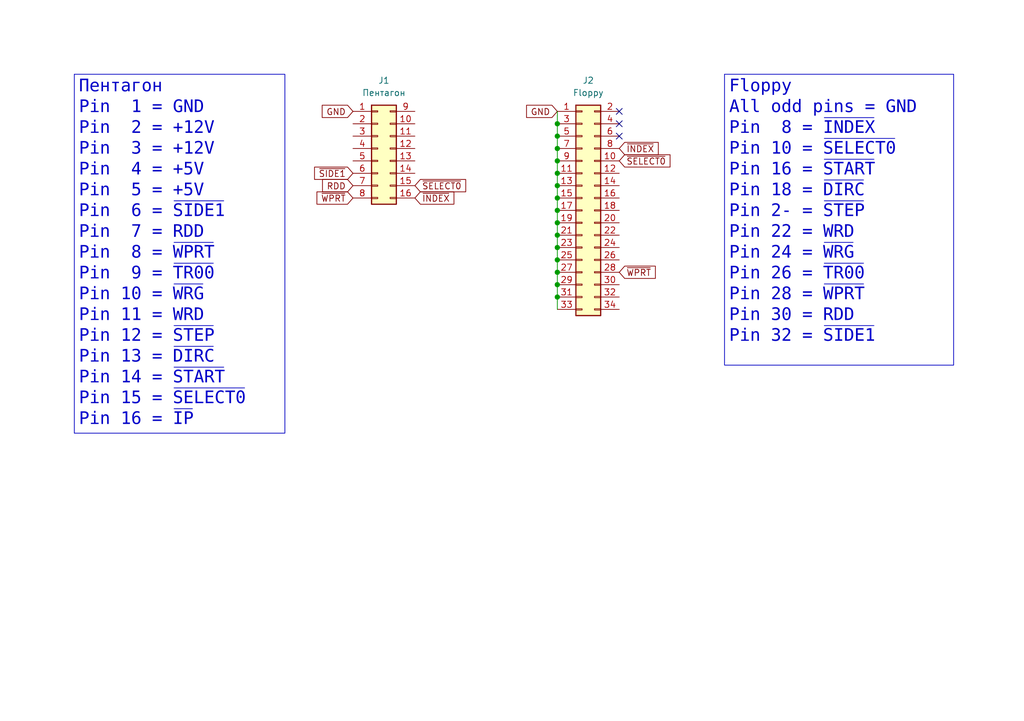
<source format=kicad_sch>
(kicad_sch (version 20250114) (generator "eeschema") (generator_version "9.0")
  (paper "A5")
  (lib_symbols
    (symbol "Connector_Generic:Conn_02x08_Top_Bottom" (pin_names (offset 1.016) (hide yes))
      (property "Reference" "J" (at 1.27 10.16 0))
      (property "Value" "Conn_02x08_Top_Bottom" (at 1.27 -12.7 0))
      (symbol "Conn_02x08_Top_Bottom_1_1"
        (rectangle (start -1.27 8.89) (end 3.81 -11.43) (stroke (width 0.254)) (fill (type background)))
        (rectangle (start -1.27 7.747) (end 0 7.493) (stroke (width 0.1524)))
        (rectangle (start -1.27 5.207) (end 0 4.953) (stroke (width 0.1524)))
        (rectangle (start -1.27 2.667) (end 0 2.413) (stroke (width 0.1524)))
        (rectangle (start -1.27 0.127) (end 0 -0.127) (stroke (width 0.1524)))
        (rectangle (start -1.27 -2.413) (end 0 -2.667) (stroke (width 0.1524)))
        (rectangle (start -1.27 -4.953) (end 0 -5.207) (stroke (width 0.1524)))
        (rectangle (start -1.27 -7.493) (end 0 -7.747) (stroke (width 0.1524)))
        (rectangle (start -1.27 -10.033) (end 0 -10.287) (stroke (width 0.1524)))
        (rectangle (start 3.81 7.747) (end 2.54 7.493) (stroke (width 0.1524)))
        (rectangle (start 3.81 5.207) (end 2.54 4.953) (stroke (width 0.1524)))
        (rectangle (start 3.81 2.667) (end 2.54 2.413) (stroke (width 0.1524)))
        (rectangle (start 3.81 0.127) (end 2.54 -0.127) (stroke (width 0.1524)))
        (rectangle (start 3.81 -2.413) (end 2.54 -2.667) (stroke (width 0.1524)))
        (rectangle (start 3.81 -4.953) (end 2.54 -5.207) (stroke (width 0.1524)))
        (rectangle (start 3.81 -7.493) (end 2.54 -7.747) (stroke (width 0.1524)))
        (rectangle (start 3.81 -10.033) (end 2.54 -10.287) (stroke (width 0.1524)))
        (pin passive line (at -5.08 7.62 0) (length 3.81) (name "Pin_1") (number "1"))
        (pin passive line (at -5.08 5.08 0) (length 3.81) (name "Pin_2") (number "2"))
        (pin passive line (at -5.08 2.54 0) (length 3.81) (name "Pin_3") (number "3"))
        (pin passive line (at -5.08 0 0) (length 3.81) (name "Pin_4") (number "4"))
        (pin passive line (at -5.08 -2.54 0) (length 3.81) (name "Pin_5") (number "5"))
        (pin passive line (at -5.08 -5.08 0) (length 3.81) (name "Pin_6") (number "6"))
        (pin passive line (at -5.08 -7.62 0) (length 3.81) (name "Pin_7") (number "7"))
        (pin passive line (at -5.08 -10.16 0) (length 3.81) (name "Pin_8") (number "8"))
        (pin passive line (at 7.62 7.62 180) (length 3.81) (name "Pin_9") (number "9"))
        (pin passive line (at 7.62 5.08 180) (length 3.81) (name "Pin_10") (number "10"))
        (pin passive line (at 7.62 2.54 180) (length 3.81) (name "Pin_11") (number "11"))
        (pin passive line (at 7.62 0 180) (length 3.81) (name "Pin_12") (number "12"))
        (pin passive line (at 7.62 -2.54 180) (length 3.81) (name "Pin_13") (number "13"))
        (pin passive line (at 7.62 -5.08 180) (length 3.81) (name "Pin_14") (number "14"))
        (pin passive line (at 7.62 -7.62 180) (length 3.81) (name "Pin_15") (number "15"))
        (pin passive line (at 7.62 -10.16 180) (length 3.81) (name "Pin_16") (number "16"))
      )
    )
    (symbol "Connector_Generic:Conn_02x17_Odd_Even" (pin_names (offset 1.016) (hide yes))
      (property "Reference" "J" (at 1.27 22.86 0))
      (property "Value" "Conn_02x17_Odd_Even" (at 1.27 -22.86 0))
      (symbol "Conn_02x17_Odd_Even_1_1"
        (rectangle (start -1.27 21.59) (end 3.81 -21.59) (stroke (width 0.254)) (fill (type background)))
        (rectangle (start -1.27 20.447) (end 0 20.193) (stroke (width 0.1524)))
        (rectangle (start -1.27 17.907) (end 0 17.653) (stroke (width 0.1524)))
        (rectangle (start -1.27 15.367) (end 0 15.113) (stroke (width 0.1524)))
        (rectangle (start -1.27 12.827) (end 0 12.573) (stroke (width 0.1524)))
        (rectangle (start -1.27 10.287) (end 0 10.033) (stroke (width 0.1524)))
        (rectangle (start -1.27 7.747) (end 0 7.493) (stroke (width 0.1524)))
        (rectangle (start -1.27 5.207) (end 0 4.953) (stroke (width 0.1524)))
        (rectangle (start -1.27 2.667) (end 0 2.413) (stroke (width 0.1524)))
        (rectangle (start -1.27 0.127) (end 0 -0.127) (stroke (width 0.1524)))
        (rectangle (start -1.27 -2.413) (end 0 -2.667) (stroke (width 0.1524)))
        (rectangle (start -1.27 -4.953) (end 0 -5.207) (stroke (width 0.1524)))
        (rectangle (start -1.27 -7.493) (end 0 -7.747) (stroke (width 0.1524)))
        (rectangle (start -1.27 -10.033) (end 0 -10.287) (stroke (width 0.1524)))
        (rectangle (start -1.27 -12.573) (end 0 -12.827) (stroke (width 0.1524)))
        (rectangle (start -1.27 -15.113) (end 0 -15.367) (stroke (width 0.1524)))
        (rectangle (start -1.27 -17.653) (end 0 -17.907) (stroke (width 0.1524)))
        (rectangle (start -1.27 -20.193) (end 0 -20.447) (stroke (width 0.1524)))
        (rectangle (start 3.81 20.447) (end 2.54 20.193) (stroke (width 0.1524)))
        (rectangle (start 3.81 17.907) (end 2.54 17.653) (stroke (width 0.1524)))
        (rectangle (start 3.81 15.367) (end 2.54 15.113) (stroke (width 0.1524)))
        (rectangle (start 3.81 12.827) (end 2.54 12.573) (stroke (width 0.1524)))
        (rectangle (start 3.81 10.287) (end 2.54 10.033) (stroke (width 0.1524)))
        (rectangle (start 3.81 7.747) (end 2.54 7.493) (stroke (width 0.1524)))
        (rectangle (start 3.81 5.207) (end 2.54 4.953) (stroke (width 0.1524)))
        (rectangle (start 3.81 2.667) (end 2.54 2.413) (stroke (width 0.1524)))
        (rectangle (start 3.81 0.127) (end 2.54 -0.127) (stroke (width 0.1524)))
        (rectangle (start 3.81 -2.413) (end 2.54 -2.667) (stroke (width 0.1524)))
        (rectangle (start 3.81 -4.953) (end 2.54 -5.207) (stroke (width 0.1524)))
        (rectangle (start 3.81 -7.493) (end 2.54 -7.747) (stroke (width 0.1524)))
        (rectangle (start 3.81 -10.033) (end 2.54 -10.287) (stroke (width 0.1524)))
        (rectangle (start 3.81 -12.573) (end 2.54 -12.827) (stroke (width 0.1524)))
        (rectangle (start 3.81 -15.113) (end 2.54 -15.367) (stroke (width 0.1524)))
        (rectangle (start 3.81 -17.653) (end 2.54 -17.907) (stroke (width 0.1524)))
        (rectangle (start 3.81 -20.193) (end 2.54 -20.447) (stroke (width 0.1524)))
        (pin passive line (at -5.08 20.32 0) (length 3.81) (name "Pin_1") (number "1"))
        (pin passive line (at -5.08 17.78 0) (length 3.81) (name "Pin_3") (number "3"))
        (pin passive line (at -5.08 15.24 0) (length 3.81) (name "Pin_5") (number "5"))
        (pin passive line (at -5.08 12.7 0) (length 3.81) (name "Pin_7") (number "7"))
        (pin passive line (at -5.08 10.16 0) (length 3.81) (name "Pin_9") (number "9"))
        (pin passive line (at -5.08 7.62 0) (length 3.81) (name "Pin_11") (number "11"))
        (pin passive line (at -5.08 5.08 0) (length 3.81) (name "Pin_13") (number "13"))
        (pin passive line (at -5.08 2.54 0) (length 3.81) (name "Pin_15") (number "15"))
        (pin passive line (at -5.08 0 0) (length 3.81) (name "Pin_17") (number "17"))
        (pin passive line (at -5.08 -2.54 0) (length 3.81) (name "Pin_19") (number "19"))
        (pin passive line (at -5.08 -5.08 0) (length 3.81) (name "Pin_21") (number "21"))
        (pin passive line (at -5.08 -7.62 0) (length 3.81) (name "Pin_23") (number "23"))
        (pin passive line (at -5.08 -10.16 0) (length 3.81) (name "Pin_25") (number "25"))
        (pin passive line (at -5.08 -12.7 0) (length 3.81) (name "Pin_27") (number "27"))
        (pin passive line (at -5.08 -15.24 0) (length 3.81) (name "Pin_29") (number "29"))
        (pin passive line (at -5.08 -17.78 0) (length 3.81) (name "Pin_31") (number "31"))
        (pin passive line (at -5.08 -20.32 0) (length 3.81) (name "Pin_33") (number "33"))
        (pin passive line (at 7.62 20.32 180) (length 3.81) (name "Pin_2") (number "2"))
        (pin passive line (at 7.62 17.78 180) (length 3.81) (name "Pin_4") (number "4"))
        (pin passive line (at 7.62 15.24 180) (length 3.81) (name "Pin_6") (number "6"))
        (pin passive line (at 7.62 12.7 180) (length 3.81) (name "Pin_8") (number "8"))
        (pin passive line (at 7.62 10.16 180) (length 3.81) (name "Pin_10") (number "10"))
        (pin passive line (at 7.62 7.62 180) (length 3.81) (name "Pin_12") (number "12"))
        (pin passive line (at 7.62 5.08 180) (length 3.81) (name "Pin_14") (number "14"))
        (pin passive line (at 7.62 2.54 180) (length 3.81) (name "Pin_16") (number "16"))
        (pin passive line (at 7.62 0 180) (length 3.81) (name "Pin_18") (number "18"))
        (pin passive line (at 7.62 -2.54 180) (length 3.81) (name "Pin_20") (number "20"))
        (pin passive line (at 7.62 -5.08 180) (length 3.81) (name "Pin_22") (number "22"))
        (pin passive line (at 7.62 -7.62 180) (length 3.81) (name "Pin_24") (number "24"))
        (pin passive line (at 7.62 -10.16 180) (length 3.81) (name "Pin_26") (number "26"))
        (pin passive line (at 7.62 -12.7 180) (length 3.81) (name "Pin_28") (number "28"))
        (pin passive line (at 7.62 -15.24 180) (length 3.81) (name "Pin_30") (number "30"))
        (pin passive line (at 7.62 -17.78 180) (length 3.81) (name "Pin_32") (number "32"))
        (pin passive line (at 7.62 -20.32 180) (length 3.81) (name "Pin_34") (number "34"))
      )
    )
  )
  (text_box "Пентагон\nPin  1 = GND\nPin  2 = +12V\nPin  3 = +12V\nPin  4 = +5V\nPin  5 = +5V\nPin  6 = ~{SIDE1}\nPin  7 = RDD\nPin  8 = ~{WPRT}\nPin  9 = ~{TR00}\nPin 10 = ~{WRG}\nPin 11 = WRD\nPin 12 = ~{STEP}\nPin 13 = ~{DIRC}\nPin 14 = ~{START}\nPin 15 = ~{SELECT0}\nPin 16 = ~{IP}" (at 15.24 15.24 0) (size 43.18 73.66) (margins 0.9525 0.9525 0.9525 0.9525) (effects (font (size 2.54 2.54)) (justify left top)))
  (text_box "Floppy\nAll odd pins = GND\nPin  8 = ~{INDEX}\nPin 10 = ~{SELECT0}\nPin 16 = ~{START}\nPin 18 = ~{DIRC}\nPin 2- = ~{STEP}\nPin 22 = WRD\nPin 24 = ~{WRG}\nPin 26 = ~{TR00}\nPin 28 = ~{WPRT}\nPin 30 = RDD\nPin 32 = ~{SIDE1}\n" (at 148.59 15.24 0) (size 46.99 59.69) (margins 0.9525 0.9525 0.9525 0.9525) (effects (font (size 2.54 2.54)) (justify left top)))
  (junction (at 114.3 35.56))
  (junction (at 114.3 58.42))
  (junction (at 114.3 55.88))
  (junction (at 114.3 60.96))
  (junction (at 114.3 27.94))
  (junction (at 114.3 45.72))
  (junction (at 114.3 30.48))
  (junction (at 114.3 50.8))
  (junction (at 114.3 33.02))
  (junction (at 114.3 53.34))
  (junction (at 114.3 25.4))
  (junction (at 114.3 43.18))
  (junction (at 114.3 48.26))
  (junction (at 114.3 38.1))
  (junction (at 114.3 40.64))
  (no_connect (at 127 27.94))
  (no_connect (at 127 25.4))
  (no_connect (at 127 22.86))
  (wire (pts (xy 114.3 30.48) (xy 114.3 33.02)))
  (wire (pts (xy 114.3 55.88) (xy 114.3 58.42)))
  (wire (pts (xy 114.3 22.86) (xy 114.3 25.4)))
  (wire (pts (xy 114.3 25.4) (xy 114.3 27.94)))
  (wire (pts (xy 114.3 38.1) (xy 114.3 40.64)))
  (wire (pts (xy 114.3 40.64) (xy 114.3 43.18)))
  (wire (pts (xy 114.3 33.02) (xy 114.3 35.56)))
  (wire (pts (xy 114.3 43.18) (xy 114.3 45.72)))
  (wire (pts (xy 114.3 53.34) (xy 114.3 55.88)))
  (wire (pts (xy 114.3 50.8) (xy 114.3 53.34)))
  (wire (pts (xy 114.3 60.96) (xy 114.3 63.5)))
  (wire (pts (xy 114.3 58.42) (xy 114.3 60.96)))
  (wire (pts (xy 114.3 35.56) (xy 114.3 38.1)))
  (wire (pts (xy 114.3 45.72) (xy 114.3 48.26)))
  (wire (pts (xy 114.3 48.26) (xy 114.3 50.8)))
  (wire (pts (xy 114.3 27.94) (xy 114.3 30.48)))
  (global_label "~{INDEX}" (shape input) (at 85.09 40.64 0) (property "Intersheetrefs" "${INTERSHEET_REFS}" (effects (hide yes))))
  (global_label "GND" (shape input) (at 114.3 22.86 180) (property "Intersheetrefs" "${INTERSHEET_REFS}" (effects (hide yes))))
  (global_label "~{INDEX}" (shape input) (at 127 30.48 0) (property "Intersheetrefs" "${INTERSHEET_REFS}" (effects (hide yes))))
  (global_label "~{WPRT}" (shape input) (at 127 55.88 0) (property "Intersheetrefs" "${INTERSHEET_REFS}" (effects (hide yes))))
  (global_label "~{SIDE1}" (shape input) (at 72.39 35.56 180) (property "Intersheetrefs" "${INTERSHEET_REFS}" (effects (hide yes))))
  (global_label "~{SELECT0}" (shape input) (at 127 33.02 0) (property "Intersheetrefs" "${INTERSHEET_REFS}" (effects (hide yes))))
  (global_label "GND" (shape input) (at 72.39 22.86 180) (property "Intersheetrefs" "${INTERSHEET_REFS}" (effects (hide yes))))
  (global_label "RDD" (shape input) (at 72.39 38.1 180) (property "Intersheetrefs" "${INTERSHEET_REFS}" (effects (hide yes))))
  (global_label "~{SELECT0}" (shape input) (at 85.09 38.1 0) (property "Intersheetrefs" "${INTERSHEET_REFS}" (effects (hide yes))))
  (global_label "~{WPRT}" (shape input) (at 72.39 40.64 180) (property "Intersheetrefs" "${INTERSHEET_REFS}" (effects (hide yes))))
  (symbol (lib_id "Connector_Generic:Conn_02x08_Top_Bottom") (at 77.47 30.48 0) (unit 1)
    (property "Reference" "J1" (at 78.74 16.51 0))
    (property "Value" "Пентагон" (at 78.74 19.05 0))
    (property "Description" "Generic connector, double row, 02x08, top/bottom pin numbering scheme (row 1: 1...pins_per_row, row2: pins_per_row+1 ... num_pins), script generated (kicad-library-utils/schlib/autogen/connector/)" (effects (hide yes)))
  )
  (symbol (lib_id "Connector_Generic:Conn_02x17_Odd_Even") (at 119.38 43.18 0) (unit 1)
    (property "Reference" "J2" (at 120.65 16.51 0))
    (property "Value" "Floppy" (at 120.65 19.05 0))
    (property "Description" "Generic connector, double row, 02x17, odd/even pin numbering scheme (row 1 odd numbers, row 2 even numbers), script generated (kicad-library-utils/schlib/autogen/connector/)" (effects (hide yes)))
  )
)
</source>
